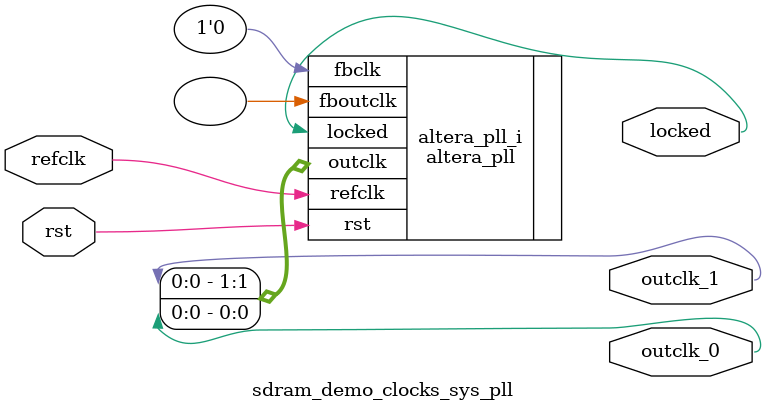
<source format=v>
`timescale 1ns/10ps
module  sdram_demo_clocks_sys_pll(

	// interface 'refclk'
	input wire refclk,

	// interface 'reset'
	input wire rst,

	// interface 'outclk0'
	output wire outclk_0,

	// interface 'outclk1'
	output wire outclk_1,

	// interface 'locked'
	output wire locked
);

	altera_pll #(
		.fractional_vco_multiplier("false"),
		.reference_clock_frequency("50.0 MHz"),
		.operation_mode("direct"),
		.number_of_clocks(2),
		.output_clock_frequency0("50.000000 MHz"),
		.phase_shift0("0 ps"),
		.duty_cycle0(50),
		.output_clock_frequency1("50.000000 MHz"),
		.phase_shift1("-3000 ps"),
		.duty_cycle1(50),
		.output_clock_frequency2("0 MHz"),
		.phase_shift2("0 ps"),
		.duty_cycle2(50),
		.output_clock_frequency3("0 MHz"),
		.phase_shift3("0 ps"),
		.duty_cycle3(50),
		.output_clock_frequency4("0 MHz"),
		.phase_shift4("0 ps"),
		.duty_cycle4(50),
		.output_clock_frequency5("0 MHz"),
		.phase_shift5("0 ps"),
		.duty_cycle5(50),
		.output_clock_frequency6("0 MHz"),
		.phase_shift6("0 ps"),
		.duty_cycle6(50),
		.output_clock_frequency7("0 MHz"),
		.phase_shift7("0 ps"),
		.duty_cycle7(50),
		.output_clock_frequency8("0 MHz"),
		.phase_shift8("0 ps"),
		.duty_cycle8(50),
		.output_clock_frequency9("0 MHz"),
		.phase_shift9("0 ps"),
		.duty_cycle9(50),
		.output_clock_frequency10("0 MHz"),
		.phase_shift10("0 ps"),
		.duty_cycle10(50),
		.output_clock_frequency11("0 MHz"),
		.phase_shift11("0 ps"),
		.duty_cycle11(50),
		.output_clock_frequency12("0 MHz"),
		.phase_shift12("0 ps"),
		.duty_cycle12(50),
		.output_clock_frequency13("0 MHz"),
		.phase_shift13("0 ps"),
		.duty_cycle13(50),
		.output_clock_frequency14("0 MHz"),
		.phase_shift14("0 ps"),
		.duty_cycle14(50),
		.output_clock_frequency15("0 MHz"),
		.phase_shift15("0 ps"),
		.duty_cycle15(50),
		.output_clock_frequency16("0 MHz"),
		.phase_shift16("0 ps"),
		.duty_cycle16(50),
		.output_clock_frequency17("0 MHz"),
		.phase_shift17("0 ps"),
		.duty_cycle17(50),
		.pll_type("General"),
		.pll_subtype("General")
	) altera_pll_i (
		.rst	(rst),
		.outclk	({outclk_1, outclk_0}),
		.locked	(locked),
		.fboutclk	( ),
		.fbclk	(1'b0),
		.refclk	(refclk)
	);
endmodule


</source>
